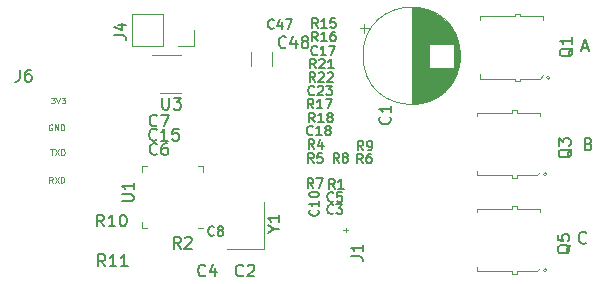
<source format=gto>
G04 #@! TF.GenerationSoftware,KiCad,Pcbnew,5.1.6*
G04 #@! TF.CreationDate,2020-07-25T07:57:19-04:00*
G04 #@! TF.ProjectId,bldc-controller,626c6463-2d63-46f6-9e74-726f6c6c6572,rev?*
G04 #@! TF.SameCoordinates,Original*
G04 #@! TF.FileFunction,Legend,Top*
G04 #@! TF.FilePolarity,Positive*
%FSLAX46Y46*%
G04 Gerber Fmt 4.6, Leading zero omitted, Abs format (unit mm)*
G04 Created by KiCad (PCBNEW 5.1.6) date 2020-07-25 07:57:19*
%MOMM*%
%LPD*%
G01*
G04 APERTURE LIST*
%ADD10C,0.152400*%
%ADD11C,0.125000*%
%ADD12C,0.120000*%
%ADD13C,0.150000*%
G04 APERTURE END LIST*
D10*
X74882571Y-111857428D02*
X75027714Y-111905809D01*
X75076095Y-111954190D01*
X75124476Y-112050952D01*
X75124476Y-112196095D01*
X75076095Y-112292857D01*
X75027714Y-112341238D01*
X74930952Y-112389619D01*
X74543904Y-112389619D01*
X74543904Y-111373619D01*
X74882571Y-111373619D01*
X74979333Y-111422000D01*
X75027714Y-111470380D01*
X75076095Y-111567142D01*
X75076095Y-111663904D01*
X75027714Y-111760666D01*
X74979333Y-111809047D01*
X74882571Y-111857428D01*
X74543904Y-111857428D01*
X74328095Y-103699333D02*
X74811904Y-103699333D01*
X74231333Y-103989619D02*
X74570000Y-102973619D01*
X74908666Y-103989619D01*
X74674476Y-120212857D02*
X74626095Y-120261238D01*
X74480952Y-120309619D01*
X74384190Y-120309619D01*
X74239047Y-120261238D01*
X74142285Y-120164476D01*
X74093904Y-120067714D01*
X74045523Y-119874190D01*
X74045523Y-119729047D01*
X74093904Y-119535523D01*
X74142285Y-119438761D01*
X74239047Y-119342000D01*
X74384190Y-119293619D01*
X74480952Y-119293619D01*
X74626095Y-119342000D01*
X74674476Y-119390380D01*
D11*
X29506666Y-115146190D02*
X29340000Y-114908095D01*
X29220952Y-115146190D02*
X29220952Y-114646190D01*
X29411428Y-114646190D01*
X29459047Y-114670000D01*
X29482857Y-114693809D01*
X29506666Y-114741428D01*
X29506666Y-114812857D01*
X29482857Y-114860476D01*
X29459047Y-114884285D01*
X29411428Y-114908095D01*
X29220952Y-114908095D01*
X29673333Y-114646190D02*
X30006666Y-115146190D01*
X30006666Y-114646190D02*
X29673333Y-115146190D01*
X30197142Y-115146190D02*
X30197142Y-114646190D01*
X30316190Y-114646190D01*
X30387619Y-114670000D01*
X30435238Y-114717619D01*
X30459047Y-114765238D01*
X30482857Y-114860476D01*
X30482857Y-114931904D01*
X30459047Y-115027142D01*
X30435238Y-115074761D01*
X30387619Y-115122380D01*
X30316190Y-115146190D01*
X30197142Y-115146190D01*
X29309047Y-112306190D02*
X29594761Y-112306190D01*
X29451904Y-112806190D02*
X29451904Y-112306190D01*
X29713809Y-112306190D02*
X30047142Y-112806190D01*
X30047142Y-112306190D02*
X29713809Y-112806190D01*
X30237619Y-112806190D02*
X30237619Y-112306190D01*
X30356666Y-112306190D01*
X30428095Y-112330000D01*
X30475714Y-112377619D01*
X30499523Y-112425238D01*
X30523333Y-112520476D01*
X30523333Y-112591904D01*
X30499523Y-112687142D01*
X30475714Y-112734761D01*
X30428095Y-112782380D01*
X30356666Y-112806190D01*
X30237619Y-112806190D01*
X29459047Y-110240000D02*
X29411428Y-110216190D01*
X29340000Y-110216190D01*
X29268571Y-110240000D01*
X29220952Y-110287619D01*
X29197142Y-110335238D01*
X29173333Y-110430476D01*
X29173333Y-110501904D01*
X29197142Y-110597142D01*
X29220952Y-110644761D01*
X29268571Y-110692380D01*
X29340000Y-110716190D01*
X29387619Y-110716190D01*
X29459047Y-110692380D01*
X29482857Y-110668571D01*
X29482857Y-110501904D01*
X29387619Y-110501904D01*
X29697142Y-110716190D02*
X29697142Y-110216190D01*
X29982857Y-110716190D01*
X29982857Y-110216190D01*
X30220952Y-110716190D02*
X30220952Y-110216190D01*
X30340000Y-110216190D01*
X30411428Y-110240000D01*
X30459047Y-110287619D01*
X30482857Y-110335238D01*
X30506666Y-110430476D01*
X30506666Y-110501904D01*
X30482857Y-110597142D01*
X30459047Y-110644761D01*
X30411428Y-110692380D01*
X30340000Y-110716190D01*
X30220952Y-110716190D01*
X29360952Y-107936190D02*
X29670476Y-107936190D01*
X29503809Y-108126666D01*
X29575238Y-108126666D01*
X29622857Y-108150476D01*
X29646666Y-108174285D01*
X29670476Y-108221904D01*
X29670476Y-108340952D01*
X29646666Y-108388571D01*
X29622857Y-108412380D01*
X29575238Y-108436190D01*
X29432380Y-108436190D01*
X29384761Y-108412380D01*
X29360952Y-108388571D01*
X29813333Y-107936190D02*
X29980000Y-108436190D01*
X30146666Y-107936190D01*
X30265714Y-107936190D02*
X30575238Y-107936190D01*
X30408571Y-108126666D01*
X30480000Y-108126666D01*
X30527619Y-108150476D01*
X30551428Y-108174285D01*
X30575238Y-108221904D01*
X30575238Y-108340952D01*
X30551428Y-108388571D01*
X30527619Y-108412380D01*
X30480000Y-108436190D01*
X30337142Y-108436190D01*
X30289523Y-108412380D01*
X30265714Y-108388571D01*
D12*
X64020000Y-104400000D02*
G75*
G03*
X64020000Y-104400000I-4120000J0D01*
G01*
X59900000Y-100320000D02*
X59900000Y-108480000D01*
X59940000Y-100320000D02*
X59940000Y-108480000D01*
X59980000Y-100320000D02*
X59980000Y-108480000D01*
X60020000Y-100321000D02*
X60020000Y-108479000D01*
X60060000Y-100323000D02*
X60060000Y-108477000D01*
X60100000Y-100324000D02*
X60100000Y-108476000D01*
X60140000Y-100326000D02*
X60140000Y-108474000D01*
X60180000Y-100329000D02*
X60180000Y-108471000D01*
X60220000Y-100332000D02*
X60220000Y-108468000D01*
X60260000Y-100335000D02*
X60260000Y-108465000D01*
X60300000Y-100339000D02*
X60300000Y-108461000D01*
X60340000Y-100343000D02*
X60340000Y-108457000D01*
X60380000Y-100348000D02*
X60380000Y-108452000D01*
X60420000Y-100352000D02*
X60420000Y-108448000D01*
X60460000Y-100358000D02*
X60460000Y-108442000D01*
X60500000Y-100363000D02*
X60500000Y-108437000D01*
X60540000Y-100370000D02*
X60540000Y-108430000D01*
X60580000Y-100376000D02*
X60580000Y-108424000D01*
X60621000Y-100383000D02*
X60621000Y-108417000D01*
X60661000Y-100390000D02*
X60661000Y-108410000D01*
X60701000Y-100398000D02*
X60701000Y-108402000D01*
X60741000Y-100406000D02*
X60741000Y-108394000D01*
X60781000Y-100415000D02*
X60781000Y-108385000D01*
X60821000Y-100424000D02*
X60821000Y-108376000D01*
X60861000Y-100433000D02*
X60861000Y-108367000D01*
X60901000Y-100443000D02*
X60901000Y-108357000D01*
X60941000Y-100453000D02*
X60941000Y-108347000D01*
X60981000Y-100464000D02*
X60981000Y-108336000D01*
X61021000Y-100475000D02*
X61021000Y-108325000D01*
X61061000Y-100486000D02*
X61061000Y-108314000D01*
X61101000Y-100498000D02*
X61101000Y-108302000D01*
X61141000Y-100511000D02*
X61141000Y-108289000D01*
X61181000Y-100523000D02*
X61181000Y-108277000D01*
X61221000Y-100537000D02*
X61221000Y-108263000D01*
X61261000Y-100550000D02*
X61261000Y-108250000D01*
X61301000Y-100565000D02*
X61301000Y-108235000D01*
X61341000Y-100579000D02*
X61341000Y-108221000D01*
X61381000Y-100595000D02*
X61381000Y-103360000D01*
X61381000Y-105440000D02*
X61381000Y-108205000D01*
X61421000Y-100610000D02*
X61421000Y-103360000D01*
X61421000Y-105440000D02*
X61421000Y-108190000D01*
X61461000Y-100626000D02*
X61461000Y-103360000D01*
X61461000Y-105440000D02*
X61461000Y-108174000D01*
X61501000Y-100643000D02*
X61501000Y-103360000D01*
X61501000Y-105440000D02*
X61501000Y-108157000D01*
X61541000Y-100660000D02*
X61541000Y-103360000D01*
X61541000Y-105440000D02*
X61541000Y-108140000D01*
X61581000Y-100678000D02*
X61581000Y-103360000D01*
X61581000Y-105440000D02*
X61581000Y-108122000D01*
X61621000Y-100696000D02*
X61621000Y-103360000D01*
X61621000Y-105440000D02*
X61621000Y-108104000D01*
X61661000Y-100714000D02*
X61661000Y-103360000D01*
X61661000Y-105440000D02*
X61661000Y-108086000D01*
X61701000Y-100734000D02*
X61701000Y-103360000D01*
X61701000Y-105440000D02*
X61701000Y-108066000D01*
X61741000Y-100753000D02*
X61741000Y-103360000D01*
X61741000Y-105440000D02*
X61741000Y-108047000D01*
X61781000Y-100773000D02*
X61781000Y-103360000D01*
X61781000Y-105440000D02*
X61781000Y-108027000D01*
X61821000Y-100794000D02*
X61821000Y-103360000D01*
X61821000Y-105440000D02*
X61821000Y-108006000D01*
X61861000Y-100816000D02*
X61861000Y-103360000D01*
X61861000Y-105440000D02*
X61861000Y-107984000D01*
X61901000Y-100838000D02*
X61901000Y-103360000D01*
X61901000Y-105440000D02*
X61901000Y-107962000D01*
X61941000Y-100860000D02*
X61941000Y-103360000D01*
X61941000Y-105440000D02*
X61941000Y-107940000D01*
X61981000Y-100883000D02*
X61981000Y-103360000D01*
X61981000Y-105440000D02*
X61981000Y-107917000D01*
X62021000Y-100907000D02*
X62021000Y-103360000D01*
X62021000Y-105440000D02*
X62021000Y-107893000D01*
X62061000Y-100931000D02*
X62061000Y-103360000D01*
X62061000Y-105440000D02*
X62061000Y-107869000D01*
X62101000Y-100956000D02*
X62101000Y-103360000D01*
X62101000Y-105440000D02*
X62101000Y-107844000D01*
X62141000Y-100982000D02*
X62141000Y-103360000D01*
X62141000Y-105440000D02*
X62141000Y-107818000D01*
X62181000Y-101008000D02*
X62181000Y-103360000D01*
X62181000Y-105440000D02*
X62181000Y-107792000D01*
X62221000Y-101035000D02*
X62221000Y-103360000D01*
X62221000Y-105440000D02*
X62221000Y-107765000D01*
X62261000Y-101062000D02*
X62261000Y-103360000D01*
X62261000Y-105440000D02*
X62261000Y-107738000D01*
X62301000Y-101091000D02*
X62301000Y-103360000D01*
X62301000Y-105440000D02*
X62301000Y-107709000D01*
X62341000Y-101120000D02*
X62341000Y-103360000D01*
X62341000Y-105440000D02*
X62341000Y-107680000D01*
X62381000Y-101150000D02*
X62381000Y-103360000D01*
X62381000Y-105440000D02*
X62381000Y-107650000D01*
X62421000Y-101180000D02*
X62421000Y-103360000D01*
X62421000Y-105440000D02*
X62421000Y-107620000D01*
X62461000Y-101211000D02*
X62461000Y-103360000D01*
X62461000Y-105440000D02*
X62461000Y-107589000D01*
X62501000Y-101244000D02*
X62501000Y-103360000D01*
X62501000Y-105440000D02*
X62501000Y-107556000D01*
X62541000Y-101276000D02*
X62541000Y-103360000D01*
X62541000Y-105440000D02*
X62541000Y-107524000D01*
X62581000Y-101310000D02*
X62581000Y-103360000D01*
X62581000Y-105440000D02*
X62581000Y-107490000D01*
X62621000Y-101345000D02*
X62621000Y-103360000D01*
X62621000Y-105440000D02*
X62621000Y-107455000D01*
X62661000Y-101381000D02*
X62661000Y-103360000D01*
X62661000Y-105440000D02*
X62661000Y-107419000D01*
X62701000Y-101417000D02*
X62701000Y-103360000D01*
X62701000Y-105440000D02*
X62701000Y-107383000D01*
X62741000Y-101455000D02*
X62741000Y-103360000D01*
X62741000Y-105440000D02*
X62741000Y-107345000D01*
X62781000Y-101493000D02*
X62781000Y-103360000D01*
X62781000Y-105440000D02*
X62781000Y-107307000D01*
X62821000Y-101533000D02*
X62821000Y-103360000D01*
X62821000Y-105440000D02*
X62821000Y-107267000D01*
X62861000Y-101574000D02*
X62861000Y-103360000D01*
X62861000Y-105440000D02*
X62861000Y-107226000D01*
X62901000Y-101616000D02*
X62901000Y-103360000D01*
X62901000Y-105440000D02*
X62901000Y-107184000D01*
X62941000Y-101659000D02*
X62941000Y-103360000D01*
X62941000Y-105440000D02*
X62941000Y-107141000D01*
X62981000Y-101703000D02*
X62981000Y-103360000D01*
X62981000Y-105440000D02*
X62981000Y-107097000D01*
X63021000Y-101749000D02*
X63021000Y-103360000D01*
X63021000Y-105440000D02*
X63021000Y-107051000D01*
X63061000Y-101796000D02*
X63061000Y-103360000D01*
X63061000Y-105440000D02*
X63061000Y-107004000D01*
X63101000Y-101844000D02*
X63101000Y-103360000D01*
X63101000Y-105440000D02*
X63101000Y-106956000D01*
X63141000Y-101895000D02*
X63141000Y-103360000D01*
X63141000Y-105440000D02*
X63141000Y-106905000D01*
X63181000Y-101946000D02*
X63181000Y-103360000D01*
X63181000Y-105440000D02*
X63181000Y-106854000D01*
X63221000Y-102000000D02*
X63221000Y-103360000D01*
X63221000Y-105440000D02*
X63221000Y-106800000D01*
X63261000Y-102055000D02*
X63261000Y-103360000D01*
X63261000Y-105440000D02*
X63261000Y-106745000D01*
X63301000Y-102113000D02*
X63301000Y-103360000D01*
X63301000Y-105440000D02*
X63301000Y-106687000D01*
X63341000Y-102172000D02*
X63341000Y-103360000D01*
X63341000Y-105440000D02*
X63341000Y-106628000D01*
X63381000Y-102234000D02*
X63381000Y-103360000D01*
X63381000Y-105440000D02*
X63381000Y-106566000D01*
X63421000Y-102298000D02*
X63421000Y-103360000D01*
X63421000Y-105440000D02*
X63421000Y-106502000D01*
X63461000Y-102366000D02*
X63461000Y-106434000D01*
X63501000Y-102436000D02*
X63501000Y-106364000D01*
X63541000Y-102510000D02*
X63541000Y-106290000D01*
X63581000Y-102587000D02*
X63581000Y-106213000D01*
X63621000Y-102669000D02*
X63621000Y-106131000D01*
X63661000Y-102755000D02*
X63661000Y-106045000D01*
X63701000Y-102848000D02*
X63701000Y-105952000D01*
X63741000Y-102947000D02*
X63741000Y-105853000D01*
X63781000Y-103054000D02*
X63781000Y-105746000D01*
X63821000Y-103171000D02*
X63821000Y-105629000D01*
X63861000Y-103302000D02*
X63861000Y-105498000D01*
X63901000Y-103452000D02*
X63901000Y-105348000D01*
X63941000Y-103632000D02*
X63941000Y-105168000D01*
X63981000Y-103867000D02*
X63981000Y-104933000D01*
X55490302Y-102085000D02*
X56290302Y-102085000D01*
X55890302Y-101685000D02*
X55890302Y-102485000D01*
X54300000Y-118950000D02*
X54300000Y-119350000D01*
X54100000Y-119150000D02*
X54500000Y-119150000D01*
X38600000Y-107560000D02*
X40400000Y-107560000D01*
X40400000Y-104340000D02*
X37950000Y-104340000D01*
X71347421Y-122550000D02*
G75*
G03*
X71347421Y-122550000I-141421J0D01*
G01*
X65406000Y-122250000D02*
X65406000Y-122650000D01*
X68806000Y-122650000D02*
X70506000Y-122650000D01*
X70506000Y-122650000D02*
X70806000Y-122350000D01*
X68806000Y-117350000D02*
X70806000Y-117350000D01*
X70806000Y-117650000D02*
X70806000Y-117350000D01*
X65406000Y-117350000D02*
X65406000Y-117650000D01*
X68406000Y-117350000D02*
X68406000Y-117150000D01*
X68406000Y-117150000D02*
X68806000Y-117150000D01*
X68806000Y-117150000D02*
X68806000Y-117350000D01*
X68406000Y-122650000D02*
X68406000Y-122850000D01*
X68406000Y-122850000D02*
X68806000Y-122850000D01*
X68806000Y-122850000D02*
X68806000Y-122650000D01*
X68406000Y-122650000D02*
X65406000Y-122650000D01*
X68406000Y-117350000D02*
X65406000Y-117350000D01*
X71347421Y-114412000D02*
G75*
G03*
X71347421Y-114412000I-141421J0D01*
G01*
X65406000Y-114112000D02*
X65406000Y-114512000D01*
X68806000Y-114512000D02*
X70506000Y-114512000D01*
X70506000Y-114512000D02*
X70806000Y-114212000D01*
X68806000Y-109212000D02*
X70806000Y-109212000D01*
X70806000Y-109512000D02*
X70806000Y-109212000D01*
X65406000Y-109212000D02*
X65406000Y-109512000D01*
X68406000Y-109212000D02*
X68406000Y-109012000D01*
X68406000Y-109012000D02*
X68806000Y-109012000D01*
X68806000Y-109012000D02*
X68806000Y-109212000D01*
X68406000Y-114512000D02*
X68406000Y-114712000D01*
X68406000Y-114712000D02*
X68806000Y-114712000D01*
X68806000Y-114712000D02*
X68806000Y-114512000D01*
X68406000Y-114512000D02*
X65406000Y-114512000D01*
X68406000Y-109212000D02*
X65406000Y-109212000D01*
X71601421Y-106250000D02*
G75*
G03*
X71601421Y-106250000I-141421J0D01*
G01*
X65660000Y-105950000D02*
X65660000Y-106350000D01*
X69060000Y-106350000D02*
X70760000Y-106350000D01*
X70760000Y-106350000D02*
X71060000Y-106050000D01*
X69060000Y-101050000D02*
X71060000Y-101050000D01*
X71060000Y-101350000D02*
X71060000Y-101050000D01*
X65660000Y-101050000D02*
X65660000Y-101350000D01*
X68660000Y-101050000D02*
X68660000Y-100850000D01*
X68660000Y-100850000D02*
X69060000Y-100850000D01*
X69060000Y-100850000D02*
X69060000Y-101050000D01*
X68660000Y-106350000D02*
X68660000Y-106550000D01*
X68660000Y-106550000D02*
X69060000Y-106550000D01*
X69060000Y-106550000D02*
X69060000Y-106350000D01*
X68660000Y-106350000D02*
X65660000Y-106350000D01*
X68660000Y-101050000D02*
X65660000Y-101050000D01*
X38830000Y-100870000D02*
X38830000Y-103530000D01*
X38830000Y-100870000D02*
X36230000Y-100870000D01*
X36230000Y-100870000D02*
X36230000Y-103530000D01*
X38830000Y-103530000D02*
X36230000Y-103530000D01*
X41430000Y-103530000D02*
X40100000Y-103530000D01*
X41430000Y-102200000D02*
X41430000Y-103530000D01*
X48110000Y-104047936D02*
X48110000Y-105252064D01*
X46290000Y-104047936D02*
X46290000Y-105252064D01*
X44225000Y-120750000D02*
X47375000Y-120750000D01*
X47375000Y-120750000D02*
X47375000Y-116750000D01*
X37515000Y-118960000D02*
X37040000Y-118960000D01*
X37040000Y-118960000D02*
X37040000Y-118485000D01*
X41785000Y-113740000D02*
X42260000Y-113740000D01*
X42260000Y-113740000D02*
X42260000Y-114215000D01*
X37515000Y-113740000D02*
X37040000Y-113740000D01*
X37040000Y-113740000D02*
X37040000Y-114215000D01*
X41785000Y-118960000D02*
X42260000Y-118960000D01*
D13*
X58057142Y-109566666D02*
X58104761Y-109614285D01*
X58152380Y-109757142D01*
X58152380Y-109852380D01*
X58104761Y-109995238D01*
X58009523Y-110090476D01*
X57914285Y-110138095D01*
X57723809Y-110185714D01*
X57580952Y-110185714D01*
X57390476Y-110138095D01*
X57295238Y-110090476D01*
X57200000Y-109995238D01*
X57152380Y-109852380D01*
X57152380Y-109757142D01*
X57200000Y-109614285D01*
X57247619Y-109566666D01*
X58152380Y-108614285D02*
X58152380Y-109185714D01*
X58152380Y-108900000D02*
X57152380Y-108900000D01*
X57295238Y-108995238D01*
X57390476Y-109090476D01*
X57438095Y-109185714D01*
X26726666Y-105582380D02*
X26726666Y-106296666D01*
X26679047Y-106439523D01*
X26583809Y-106534761D01*
X26440952Y-106582380D01*
X26345714Y-106582380D01*
X27631428Y-105582380D02*
X27440952Y-105582380D01*
X27345714Y-105630000D01*
X27298095Y-105677619D01*
X27202857Y-105820476D01*
X27155238Y-106010952D01*
X27155238Y-106391904D01*
X27202857Y-106487142D01*
X27250476Y-106534761D01*
X27345714Y-106582380D01*
X27536190Y-106582380D01*
X27631428Y-106534761D01*
X27679047Y-106487142D01*
X27726666Y-106391904D01*
X27726666Y-106153809D01*
X27679047Y-106058571D01*
X27631428Y-106010952D01*
X27536190Y-105963333D01*
X27345714Y-105963333D01*
X27250476Y-106010952D01*
X27202857Y-106058571D01*
X27155238Y-106153809D01*
X54752380Y-121383333D02*
X55466666Y-121383333D01*
X55609523Y-121430952D01*
X55704761Y-121526190D01*
X55752380Y-121669047D01*
X55752380Y-121764285D01*
X55752380Y-120383333D02*
X55752380Y-120954761D01*
X55752380Y-120669047D02*
X54752380Y-120669047D01*
X54895238Y-120764285D01*
X54990476Y-120859523D01*
X55038095Y-120954761D01*
X33957142Y-122222380D02*
X33623809Y-121746190D01*
X33385714Y-122222380D02*
X33385714Y-121222380D01*
X33766666Y-121222380D01*
X33861904Y-121270000D01*
X33909523Y-121317619D01*
X33957142Y-121412857D01*
X33957142Y-121555714D01*
X33909523Y-121650952D01*
X33861904Y-121698571D01*
X33766666Y-121746190D01*
X33385714Y-121746190D01*
X34909523Y-122222380D02*
X34338095Y-122222380D01*
X34623809Y-122222380D02*
X34623809Y-121222380D01*
X34528571Y-121365238D01*
X34433333Y-121460476D01*
X34338095Y-121508095D01*
X35861904Y-122222380D02*
X35290476Y-122222380D01*
X35576190Y-122222380D02*
X35576190Y-121222380D01*
X35480952Y-121365238D01*
X35385714Y-121460476D01*
X35290476Y-121508095D01*
X33857142Y-118852380D02*
X33523809Y-118376190D01*
X33285714Y-118852380D02*
X33285714Y-117852380D01*
X33666666Y-117852380D01*
X33761904Y-117900000D01*
X33809523Y-117947619D01*
X33857142Y-118042857D01*
X33857142Y-118185714D01*
X33809523Y-118280952D01*
X33761904Y-118328571D01*
X33666666Y-118376190D01*
X33285714Y-118376190D01*
X34809523Y-118852380D02*
X34238095Y-118852380D01*
X34523809Y-118852380D02*
X34523809Y-117852380D01*
X34428571Y-117995238D01*
X34333333Y-118090476D01*
X34238095Y-118138095D01*
X35428571Y-117852380D02*
X35523809Y-117852380D01*
X35619047Y-117900000D01*
X35666666Y-117947619D01*
X35714285Y-118042857D01*
X35761904Y-118233333D01*
X35761904Y-118471428D01*
X35714285Y-118661904D01*
X35666666Y-118757142D01*
X35619047Y-118804761D01*
X35523809Y-118852380D01*
X35428571Y-118852380D01*
X35333333Y-118804761D01*
X35285714Y-118757142D01*
X35238095Y-118661904D01*
X35190476Y-118471428D01*
X35190476Y-118233333D01*
X35238095Y-118042857D01*
X35285714Y-117947619D01*
X35333333Y-117900000D01*
X35428571Y-117852380D01*
X55791666Y-112411904D02*
X55525000Y-112030952D01*
X55334523Y-112411904D02*
X55334523Y-111611904D01*
X55639285Y-111611904D01*
X55715476Y-111650000D01*
X55753571Y-111688095D01*
X55791666Y-111764285D01*
X55791666Y-111878571D01*
X55753571Y-111954761D01*
X55715476Y-111992857D01*
X55639285Y-112030952D01*
X55334523Y-112030952D01*
X56172619Y-112411904D02*
X56325000Y-112411904D01*
X56401190Y-112373809D01*
X56439285Y-112335714D01*
X56515476Y-112221428D01*
X56553571Y-112069047D01*
X56553571Y-111764285D01*
X56515476Y-111688095D01*
X56477380Y-111650000D01*
X56401190Y-111611904D01*
X56248809Y-111611904D01*
X56172619Y-111650000D01*
X56134523Y-111688095D01*
X56096428Y-111764285D01*
X56096428Y-111954761D01*
X56134523Y-112030952D01*
X56172619Y-112069047D01*
X56248809Y-112107142D01*
X56401190Y-112107142D01*
X56477380Y-112069047D01*
X56515476Y-112030952D01*
X56553571Y-111954761D01*
X38788095Y-107952380D02*
X38788095Y-108761904D01*
X38835714Y-108857142D01*
X38883333Y-108904761D01*
X38978571Y-108952380D01*
X39169047Y-108952380D01*
X39264285Y-108904761D01*
X39311904Y-108857142D01*
X39359523Y-108761904D01*
X39359523Y-107952380D01*
X39740476Y-107952380D02*
X40359523Y-107952380D01*
X40026190Y-108333333D01*
X40169047Y-108333333D01*
X40264285Y-108380952D01*
X40311904Y-108428571D01*
X40359523Y-108523809D01*
X40359523Y-108761904D01*
X40311904Y-108857142D01*
X40264285Y-108904761D01*
X40169047Y-108952380D01*
X39883333Y-108952380D01*
X39788095Y-108904761D01*
X39740476Y-108857142D01*
X51735714Y-106586904D02*
X51469047Y-106205952D01*
X51278571Y-106586904D02*
X51278571Y-105786904D01*
X51583333Y-105786904D01*
X51659523Y-105825000D01*
X51697619Y-105863095D01*
X51735714Y-105939285D01*
X51735714Y-106053571D01*
X51697619Y-106129761D01*
X51659523Y-106167857D01*
X51583333Y-106205952D01*
X51278571Y-106205952D01*
X52040476Y-105863095D02*
X52078571Y-105825000D01*
X52154761Y-105786904D01*
X52345238Y-105786904D01*
X52421428Y-105825000D01*
X52459523Y-105863095D01*
X52497619Y-105939285D01*
X52497619Y-106015476D01*
X52459523Y-106129761D01*
X52002380Y-106586904D01*
X52497619Y-106586904D01*
X52802380Y-105863095D02*
X52840476Y-105825000D01*
X52916666Y-105786904D01*
X53107142Y-105786904D01*
X53183333Y-105825000D01*
X53221428Y-105863095D01*
X53259523Y-105939285D01*
X53259523Y-106015476D01*
X53221428Y-106129761D01*
X52764285Y-106586904D01*
X53259523Y-106586904D01*
X51785714Y-105461904D02*
X51519047Y-105080952D01*
X51328571Y-105461904D02*
X51328571Y-104661904D01*
X51633333Y-104661904D01*
X51709523Y-104700000D01*
X51747619Y-104738095D01*
X51785714Y-104814285D01*
X51785714Y-104928571D01*
X51747619Y-105004761D01*
X51709523Y-105042857D01*
X51633333Y-105080952D01*
X51328571Y-105080952D01*
X52090476Y-104738095D02*
X52128571Y-104700000D01*
X52204761Y-104661904D01*
X52395238Y-104661904D01*
X52471428Y-104700000D01*
X52509523Y-104738095D01*
X52547619Y-104814285D01*
X52547619Y-104890476D01*
X52509523Y-105004761D01*
X52052380Y-105461904D01*
X52547619Y-105461904D01*
X53309523Y-105461904D02*
X52852380Y-105461904D01*
X53080952Y-105461904D02*
X53080952Y-104661904D01*
X53004761Y-104776190D01*
X52928571Y-104852380D01*
X52852380Y-104890476D01*
X51685714Y-110011904D02*
X51419047Y-109630952D01*
X51228571Y-110011904D02*
X51228571Y-109211904D01*
X51533333Y-109211904D01*
X51609523Y-109250000D01*
X51647619Y-109288095D01*
X51685714Y-109364285D01*
X51685714Y-109478571D01*
X51647619Y-109554761D01*
X51609523Y-109592857D01*
X51533333Y-109630952D01*
X51228571Y-109630952D01*
X52447619Y-110011904D02*
X51990476Y-110011904D01*
X52219047Y-110011904D02*
X52219047Y-109211904D01*
X52142857Y-109326190D01*
X52066666Y-109402380D01*
X51990476Y-109440476D01*
X52904761Y-109554761D02*
X52828571Y-109516666D01*
X52790476Y-109478571D01*
X52752380Y-109402380D01*
X52752380Y-109364285D01*
X52790476Y-109288095D01*
X52828571Y-109250000D01*
X52904761Y-109211904D01*
X53057142Y-109211904D01*
X53133333Y-109250000D01*
X53171428Y-109288095D01*
X53209523Y-109364285D01*
X53209523Y-109402380D01*
X53171428Y-109478571D01*
X53133333Y-109516666D01*
X53057142Y-109554761D01*
X52904761Y-109554761D01*
X52828571Y-109592857D01*
X52790476Y-109630952D01*
X52752380Y-109707142D01*
X52752380Y-109859523D01*
X52790476Y-109935714D01*
X52828571Y-109973809D01*
X52904761Y-110011904D01*
X53057142Y-110011904D01*
X53133333Y-109973809D01*
X53171428Y-109935714D01*
X53209523Y-109859523D01*
X53209523Y-109707142D01*
X53171428Y-109630952D01*
X53133333Y-109592857D01*
X53057142Y-109554761D01*
X51585714Y-108861904D02*
X51319047Y-108480952D01*
X51128571Y-108861904D02*
X51128571Y-108061904D01*
X51433333Y-108061904D01*
X51509523Y-108100000D01*
X51547619Y-108138095D01*
X51585714Y-108214285D01*
X51585714Y-108328571D01*
X51547619Y-108404761D01*
X51509523Y-108442857D01*
X51433333Y-108480952D01*
X51128571Y-108480952D01*
X52347619Y-108861904D02*
X51890476Y-108861904D01*
X52119047Y-108861904D02*
X52119047Y-108061904D01*
X52042857Y-108176190D01*
X51966666Y-108252380D01*
X51890476Y-108290476D01*
X52614285Y-108061904D02*
X53147619Y-108061904D01*
X52804761Y-108861904D01*
X51935714Y-103161904D02*
X51669047Y-102780952D01*
X51478571Y-103161904D02*
X51478571Y-102361904D01*
X51783333Y-102361904D01*
X51859523Y-102400000D01*
X51897619Y-102438095D01*
X51935714Y-102514285D01*
X51935714Y-102628571D01*
X51897619Y-102704761D01*
X51859523Y-102742857D01*
X51783333Y-102780952D01*
X51478571Y-102780952D01*
X52697619Y-103161904D02*
X52240476Y-103161904D01*
X52469047Y-103161904D02*
X52469047Y-102361904D01*
X52392857Y-102476190D01*
X52316666Y-102552380D01*
X52240476Y-102590476D01*
X53383333Y-102361904D02*
X53230952Y-102361904D01*
X53154761Y-102400000D01*
X53116666Y-102438095D01*
X53040476Y-102552380D01*
X53002380Y-102704761D01*
X53002380Y-103009523D01*
X53040476Y-103085714D01*
X53078571Y-103123809D01*
X53154761Y-103161904D01*
X53307142Y-103161904D01*
X53383333Y-103123809D01*
X53421428Y-103085714D01*
X53459523Y-103009523D01*
X53459523Y-102819047D01*
X53421428Y-102742857D01*
X53383333Y-102704761D01*
X53307142Y-102666666D01*
X53154761Y-102666666D01*
X53078571Y-102704761D01*
X53040476Y-102742857D01*
X53002380Y-102819047D01*
X51960714Y-102036904D02*
X51694047Y-101655952D01*
X51503571Y-102036904D02*
X51503571Y-101236904D01*
X51808333Y-101236904D01*
X51884523Y-101275000D01*
X51922619Y-101313095D01*
X51960714Y-101389285D01*
X51960714Y-101503571D01*
X51922619Y-101579761D01*
X51884523Y-101617857D01*
X51808333Y-101655952D01*
X51503571Y-101655952D01*
X52722619Y-102036904D02*
X52265476Y-102036904D01*
X52494047Y-102036904D02*
X52494047Y-101236904D01*
X52417857Y-101351190D01*
X52341666Y-101427380D01*
X52265476Y-101465476D01*
X53446428Y-101236904D02*
X53065476Y-101236904D01*
X53027380Y-101617857D01*
X53065476Y-101579761D01*
X53141666Y-101541666D01*
X53332142Y-101541666D01*
X53408333Y-101579761D01*
X53446428Y-101617857D01*
X53484523Y-101694047D01*
X53484523Y-101884523D01*
X53446428Y-101960714D01*
X53408333Y-101998809D01*
X53332142Y-102036904D01*
X53141666Y-102036904D01*
X53065476Y-101998809D01*
X53027380Y-101960714D01*
X51566666Y-115586904D02*
X51300000Y-115205952D01*
X51109523Y-115586904D02*
X51109523Y-114786904D01*
X51414285Y-114786904D01*
X51490476Y-114825000D01*
X51528571Y-114863095D01*
X51566666Y-114939285D01*
X51566666Y-115053571D01*
X51528571Y-115129761D01*
X51490476Y-115167857D01*
X51414285Y-115205952D01*
X51109523Y-115205952D01*
X51833333Y-114786904D02*
X52366666Y-114786904D01*
X52023809Y-115586904D01*
X40333333Y-120732380D02*
X40000000Y-120256190D01*
X39761904Y-120732380D02*
X39761904Y-119732380D01*
X40142857Y-119732380D01*
X40238095Y-119780000D01*
X40285714Y-119827619D01*
X40333333Y-119922857D01*
X40333333Y-120065714D01*
X40285714Y-120160952D01*
X40238095Y-120208571D01*
X40142857Y-120256190D01*
X39761904Y-120256190D01*
X40714285Y-119827619D02*
X40761904Y-119780000D01*
X40857142Y-119732380D01*
X41095238Y-119732380D01*
X41190476Y-119780000D01*
X41238095Y-119827619D01*
X41285714Y-119922857D01*
X41285714Y-120018095D01*
X41238095Y-120160952D01*
X40666666Y-120732380D01*
X41285714Y-120732380D01*
X53391666Y-115636904D02*
X53125000Y-115255952D01*
X52934523Y-115636904D02*
X52934523Y-114836904D01*
X53239285Y-114836904D01*
X53315476Y-114875000D01*
X53353571Y-114913095D01*
X53391666Y-114989285D01*
X53391666Y-115103571D01*
X53353571Y-115179761D01*
X53315476Y-115217857D01*
X53239285Y-115255952D01*
X52934523Y-115255952D01*
X54153571Y-115636904D02*
X53696428Y-115636904D01*
X53925000Y-115636904D02*
X53925000Y-114836904D01*
X53848809Y-114951190D01*
X53772619Y-115027380D01*
X53696428Y-115065476D01*
X73347619Y-120395238D02*
X73300000Y-120490476D01*
X73204761Y-120585714D01*
X73061904Y-120728571D01*
X73014285Y-120823809D01*
X73014285Y-120919047D01*
X73252380Y-120871428D02*
X73204761Y-120966666D01*
X73109523Y-121061904D01*
X72919047Y-121109523D01*
X72585714Y-121109523D01*
X72395238Y-121061904D01*
X72300000Y-120966666D01*
X72252380Y-120871428D01*
X72252380Y-120680952D01*
X72300000Y-120585714D01*
X72395238Y-120490476D01*
X72585714Y-120442857D01*
X72919047Y-120442857D01*
X73109523Y-120490476D01*
X73204761Y-120585714D01*
X73252380Y-120680952D01*
X73252380Y-120871428D01*
X72252380Y-119538095D02*
X72252380Y-120014285D01*
X72728571Y-120061904D01*
X72680952Y-120014285D01*
X72633333Y-119919047D01*
X72633333Y-119680952D01*
X72680952Y-119585714D01*
X72728571Y-119538095D01*
X72823809Y-119490476D01*
X73061904Y-119490476D01*
X73157142Y-119538095D01*
X73204761Y-119585714D01*
X73252380Y-119680952D01*
X73252380Y-119919047D01*
X73204761Y-120014285D01*
X73157142Y-120061904D01*
X73447619Y-112295238D02*
X73400000Y-112390476D01*
X73304761Y-112485714D01*
X73161904Y-112628571D01*
X73114285Y-112723809D01*
X73114285Y-112819047D01*
X73352380Y-112771428D02*
X73304761Y-112866666D01*
X73209523Y-112961904D01*
X73019047Y-113009523D01*
X72685714Y-113009523D01*
X72495238Y-112961904D01*
X72400000Y-112866666D01*
X72352380Y-112771428D01*
X72352380Y-112580952D01*
X72400000Y-112485714D01*
X72495238Y-112390476D01*
X72685714Y-112342857D01*
X73019047Y-112342857D01*
X73209523Y-112390476D01*
X73304761Y-112485714D01*
X73352380Y-112580952D01*
X73352380Y-112771428D01*
X72352380Y-112009523D02*
X72352380Y-111390476D01*
X72733333Y-111723809D01*
X72733333Y-111580952D01*
X72780952Y-111485714D01*
X72828571Y-111438095D01*
X72923809Y-111390476D01*
X73161904Y-111390476D01*
X73257142Y-111438095D01*
X73304761Y-111485714D01*
X73352380Y-111580952D01*
X73352380Y-111866666D01*
X73304761Y-111961904D01*
X73257142Y-112009523D01*
X73547619Y-103745238D02*
X73500000Y-103840476D01*
X73404761Y-103935714D01*
X73261904Y-104078571D01*
X73214285Y-104173809D01*
X73214285Y-104269047D01*
X73452380Y-104221428D02*
X73404761Y-104316666D01*
X73309523Y-104411904D01*
X73119047Y-104459523D01*
X72785714Y-104459523D01*
X72595238Y-104411904D01*
X72500000Y-104316666D01*
X72452380Y-104221428D01*
X72452380Y-104030952D01*
X72500000Y-103935714D01*
X72595238Y-103840476D01*
X72785714Y-103792857D01*
X73119047Y-103792857D01*
X73309523Y-103840476D01*
X73404761Y-103935714D01*
X73452380Y-104030952D01*
X73452380Y-104221428D01*
X73452380Y-102840476D02*
X73452380Y-103411904D01*
X73452380Y-103126190D02*
X72452380Y-103126190D01*
X72595238Y-103221428D01*
X72690476Y-103316666D01*
X72738095Y-103411904D01*
X34727380Y-102658333D02*
X35441666Y-102658333D01*
X35584523Y-102705952D01*
X35679761Y-102801190D01*
X35727380Y-102944047D01*
X35727380Y-103039285D01*
X35060714Y-101753571D02*
X35727380Y-101753571D01*
X34679761Y-101991666D02*
X35394047Y-102229761D01*
X35394047Y-101610714D01*
X49257142Y-103657142D02*
X49209523Y-103704761D01*
X49066666Y-103752380D01*
X48971428Y-103752380D01*
X48828571Y-103704761D01*
X48733333Y-103609523D01*
X48685714Y-103514285D01*
X48638095Y-103323809D01*
X48638095Y-103180952D01*
X48685714Y-102990476D01*
X48733333Y-102895238D01*
X48828571Y-102800000D01*
X48971428Y-102752380D01*
X49066666Y-102752380D01*
X49209523Y-102800000D01*
X49257142Y-102847619D01*
X50114285Y-103085714D02*
X50114285Y-103752380D01*
X49876190Y-102704761D02*
X49638095Y-103419047D01*
X50257142Y-103419047D01*
X50780952Y-103180952D02*
X50685714Y-103133333D01*
X50638095Y-103085714D01*
X50590476Y-102990476D01*
X50590476Y-102942857D01*
X50638095Y-102847619D01*
X50685714Y-102800000D01*
X50780952Y-102752380D01*
X50971428Y-102752380D01*
X51066666Y-102800000D01*
X51114285Y-102847619D01*
X51161904Y-102942857D01*
X51161904Y-102990476D01*
X51114285Y-103085714D01*
X51066666Y-103133333D01*
X50971428Y-103180952D01*
X50780952Y-103180952D01*
X50685714Y-103228571D01*
X50638095Y-103276190D01*
X50590476Y-103371428D01*
X50590476Y-103561904D01*
X50638095Y-103657142D01*
X50685714Y-103704761D01*
X50780952Y-103752380D01*
X50971428Y-103752380D01*
X51066666Y-103704761D01*
X51114285Y-103657142D01*
X51161904Y-103561904D01*
X51161904Y-103371428D01*
X51114285Y-103276190D01*
X51066666Y-103228571D01*
X50971428Y-103180952D01*
X48235714Y-102035714D02*
X48197619Y-102073809D01*
X48083333Y-102111904D01*
X48007142Y-102111904D01*
X47892857Y-102073809D01*
X47816666Y-101997619D01*
X47778571Y-101921428D01*
X47740476Y-101769047D01*
X47740476Y-101654761D01*
X47778571Y-101502380D01*
X47816666Y-101426190D01*
X47892857Y-101350000D01*
X48007142Y-101311904D01*
X48083333Y-101311904D01*
X48197619Y-101350000D01*
X48235714Y-101388095D01*
X48921428Y-101578571D02*
X48921428Y-102111904D01*
X48730952Y-101273809D02*
X48540476Y-101845238D01*
X49035714Y-101845238D01*
X49264285Y-101311904D02*
X49797619Y-101311904D01*
X49454761Y-102111904D01*
X51660714Y-107660714D02*
X51622619Y-107698809D01*
X51508333Y-107736904D01*
X51432142Y-107736904D01*
X51317857Y-107698809D01*
X51241666Y-107622619D01*
X51203571Y-107546428D01*
X51165476Y-107394047D01*
X51165476Y-107279761D01*
X51203571Y-107127380D01*
X51241666Y-107051190D01*
X51317857Y-106975000D01*
X51432142Y-106936904D01*
X51508333Y-106936904D01*
X51622619Y-106975000D01*
X51660714Y-107013095D01*
X51965476Y-107013095D02*
X52003571Y-106975000D01*
X52079761Y-106936904D01*
X52270238Y-106936904D01*
X52346428Y-106975000D01*
X52384523Y-107013095D01*
X52422619Y-107089285D01*
X52422619Y-107165476D01*
X52384523Y-107279761D01*
X51927380Y-107736904D01*
X52422619Y-107736904D01*
X52689285Y-106936904D02*
X53184523Y-106936904D01*
X52917857Y-107241666D01*
X53032142Y-107241666D01*
X53108333Y-107279761D01*
X53146428Y-107317857D01*
X53184523Y-107394047D01*
X53184523Y-107584523D01*
X53146428Y-107660714D01*
X53108333Y-107698809D01*
X53032142Y-107736904D01*
X52803571Y-107736904D01*
X52727380Y-107698809D01*
X52689285Y-107660714D01*
X51535714Y-111035714D02*
X51497619Y-111073809D01*
X51383333Y-111111904D01*
X51307142Y-111111904D01*
X51192857Y-111073809D01*
X51116666Y-110997619D01*
X51078571Y-110921428D01*
X51040476Y-110769047D01*
X51040476Y-110654761D01*
X51078571Y-110502380D01*
X51116666Y-110426190D01*
X51192857Y-110350000D01*
X51307142Y-110311904D01*
X51383333Y-110311904D01*
X51497619Y-110350000D01*
X51535714Y-110388095D01*
X52297619Y-111111904D02*
X51840476Y-111111904D01*
X52069047Y-111111904D02*
X52069047Y-110311904D01*
X51992857Y-110426190D01*
X51916666Y-110502380D01*
X51840476Y-110540476D01*
X52754761Y-110654761D02*
X52678571Y-110616666D01*
X52640476Y-110578571D01*
X52602380Y-110502380D01*
X52602380Y-110464285D01*
X52640476Y-110388095D01*
X52678571Y-110350000D01*
X52754761Y-110311904D01*
X52907142Y-110311904D01*
X52983333Y-110350000D01*
X53021428Y-110388095D01*
X53059523Y-110464285D01*
X53059523Y-110502380D01*
X53021428Y-110578571D01*
X52983333Y-110616666D01*
X52907142Y-110654761D01*
X52754761Y-110654761D01*
X52678571Y-110692857D01*
X52640476Y-110730952D01*
X52602380Y-110807142D01*
X52602380Y-110959523D01*
X52640476Y-111035714D01*
X52678571Y-111073809D01*
X52754761Y-111111904D01*
X52907142Y-111111904D01*
X52983333Y-111073809D01*
X53021428Y-111035714D01*
X53059523Y-110959523D01*
X53059523Y-110807142D01*
X53021428Y-110730952D01*
X52983333Y-110692857D01*
X52907142Y-110654761D01*
X51885714Y-104285714D02*
X51847619Y-104323809D01*
X51733333Y-104361904D01*
X51657142Y-104361904D01*
X51542857Y-104323809D01*
X51466666Y-104247619D01*
X51428571Y-104171428D01*
X51390476Y-104019047D01*
X51390476Y-103904761D01*
X51428571Y-103752380D01*
X51466666Y-103676190D01*
X51542857Y-103600000D01*
X51657142Y-103561904D01*
X51733333Y-103561904D01*
X51847619Y-103600000D01*
X51885714Y-103638095D01*
X52647619Y-104361904D02*
X52190476Y-104361904D01*
X52419047Y-104361904D02*
X52419047Y-103561904D01*
X52342857Y-103676190D01*
X52266666Y-103752380D01*
X52190476Y-103790476D01*
X52914285Y-103561904D02*
X53447619Y-103561904D01*
X53104761Y-104361904D01*
X38307142Y-111482142D02*
X38259523Y-111529761D01*
X38116666Y-111577380D01*
X38021428Y-111577380D01*
X37878571Y-111529761D01*
X37783333Y-111434523D01*
X37735714Y-111339285D01*
X37688095Y-111148809D01*
X37688095Y-111005952D01*
X37735714Y-110815476D01*
X37783333Y-110720238D01*
X37878571Y-110625000D01*
X38021428Y-110577380D01*
X38116666Y-110577380D01*
X38259523Y-110625000D01*
X38307142Y-110672619D01*
X39259523Y-111577380D02*
X38688095Y-111577380D01*
X38973809Y-111577380D02*
X38973809Y-110577380D01*
X38878571Y-110720238D01*
X38783333Y-110815476D01*
X38688095Y-110863095D01*
X40164285Y-110577380D02*
X39688095Y-110577380D01*
X39640476Y-111053571D01*
X39688095Y-111005952D01*
X39783333Y-110958333D01*
X40021428Y-110958333D01*
X40116666Y-111005952D01*
X40164285Y-111053571D01*
X40211904Y-111148809D01*
X40211904Y-111386904D01*
X40164285Y-111482142D01*
X40116666Y-111529761D01*
X40021428Y-111577380D01*
X39783333Y-111577380D01*
X39688095Y-111529761D01*
X39640476Y-111482142D01*
X43166666Y-119560714D02*
X43128571Y-119598809D01*
X43014285Y-119636904D01*
X42938095Y-119636904D01*
X42823809Y-119598809D01*
X42747619Y-119522619D01*
X42709523Y-119446428D01*
X42671428Y-119294047D01*
X42671428Y-119179761D01*
X42709523Y-119027380D01*
X42747619Y-118951190D01*
X42823809Y-118875000D01*
X42938095Y-118836904D01*
X43014285Y-118836904D01*
X43128571Y-118875000D01*
X43166666Y-118913095D01*
X43623809Y-119179761D02*
X43547619Y-119141666D01*
X43509523Y-119103571D01*
X43471428Y-119027380D01*
X43471428Y-118989285D01*
X43509523Y-118913095D01*
X43547619Y-118875000D01*
X43623809Y-118836904D01*
X43776190Y-118836904D01*
X43852380Y-118875000D01*
X43890476Y-118913095D01*
X43928571Y-118989285D01*
X43928571Y-119027380D01*
X43890476Y-119103571D01*
X43852380Y-119141666D01*
X43776190Y-119179761D01*
X43623809Y-119179761D01*
X43547619Y-119217857D01*
X43509523Y-119255952D01*
X43471428Y-119332142D01*
X43471428Y-119484523D01*
X43509523Y-119560714D01*
X43547619Y-119598809D01*
X43623809Y-119636904D01*
X43776190Y-119636904D01*
X43852380Y-119598809D01*
X43890476Y-119560714D01*
X43928571Y-119484523D01*
X43928571Y-119332142D01*
X43890476Y-119255952D01*
X43852380Y-119217857D01*
X43776190Y-119179761D01*
X38333333Y-110282142D02*
X38285714Y-110329761D01*
X38142857Y-110377380D01*
X38047619Y-110377380D01*
X37904761Y-110329761D01*
X37809523Y-110234523D01*
X37761904Y-110139285D01*
X37714285Y-109948809D01*
X37714285Y-109805952D01*
X37761904Y-109615476D01*
X37809523Y-109520238D01*
X37904761Y-109425000D01*
X38047619Y-109377380D01*
X38142857Y-109377380D01*
X38285714Y-109425000D01*
X38333333Y-109472619D01*
X38666666Y-109377380D02*
X39333333Y-109377380D01*
X38904761Y-110377380D01*
X38333333Y-112707142D02*
X38285714Y-112754761D01*
X38142857Y-112802380D01*
X38047619Y-112802380D01*
X37904761Y-112754761D01*
X37809523Y-112659523D01*
X37761904Y-112564285D01*
X37714285Y-112373809D01*
X37714285Y-112230952D01*
X37761904Y-112040476D01*
X37809523Y-111945238D01*
X37904761Y-111850000D01*
X38047619Y-111802380D01*
X38142857Y-111802380D01*
X38285714Y-111850000D01*
X38333333Y-111897619D01*
X39190476Y-111802380D02*
X39000000Y-111802380D01*
X38904761Y-111850000D01*
X38857142Y-111897619D01*
X38761904Y-112040476D01*
X38714285Y-112230952D01*
X38714285Y-112611904D01*
X38761904Y-112707142D01*
X38809523Y-112754761D01*
X38904761Y-112802380D01*
X39095238Y-112802380D01*
X39190476Y-112754761D01*
X39238095Y-112707142D01*
X39285714Y-112611904D01*
X39285714Y-112373809D01*
X39238095Y-112278571D01*
X39190476Y-112230952D01*
X39095238Y-112183333D01*
X38904761Y-112183333D01*
X38809523Y-112230952D01*
X38761904Y-112278571D01*
X38714285Y-112373809D01*
X53266666Y-116660714D02*
X53228571Y-116698809D01*
X53114285Y-116736904D01*
X53038095Y-116736904D01*
X52923809Y-116698809D01*
X52847619Y-116622619D01*
X52809523Y-116546428D01*
X52771428Y-116394047D01*
X52771428Y-116279761D01*
X52809523Y-116127380D01*
X52847619Y-116051190D01*
X52923809Y-115975000D01*
X53038095Y-115936904D01*
X53114285Y-115936904D01*
X53228571Y-115975000D01*
X53266666Y-116013095D01*
X53990476Y-115936904D02*
X53609523Y-115936904D01*
X53571428Y-116317857D01*
X53609523Y-116279761D01*
X53685714Y-116241666D01*
X53876190Y-116241666D01*
X53952380Y-116279761D01*
X53990476Y-116317857D01*
X54028571Y-116394047D01*
X54028571Y-116584523D01*
X53990476Y-116660714D01*
X53952380Y-116698809D01*
X53876190Y-116736904D01*
X53685714Y-116736904D01*
X53609523Y-116698809D01*
X53571428Y-116660714D01*
X42433333Y-122977142D02*
X42385714Y-123024761D01*
X42242857Y-123072380D01*
X42147619Y-123072380D01*
X42004761Y-123024761D01*
X41909523Y-122929523D01*
X41861904Y-122834285D01*
X41814285Y-122643809D01*
X41814285Y-122500952D01*
X41861904Y-122310476D01*
X41909523Y-122215238D01*
X42004761Y-122120000D01*
X42147619Y-122072380D01*
X42242857Y-122072380D01*
X42385714Y-122120000D01*
X42433333Y-122167619D01*
X43290476Y-122405714D02*
X43290476Y-123072380D01*
X43052380Y-122024761D02*
X42814285Y-122739047D01*
X43433333Y-122739047D01*
X53266666Y-117710714D02*
X53228571Y-117748809D01*
X53114285Y-117786904D01*
X53038095Y-117786904D01*
X52923809Y-117748809D01*
X52847619Y-117672619D01*
X52809523Y-117596428D01*
X52771428Y-117444047D01*
X52771428Y-117329761D01*
X52809523Y-117177380D01*
X52847619Y-117101190D01*
X52923809Y-117025000D01*
X53038095Y-116986904D01*
X53114285Y-116986904D01*
X53228571Y-117025000D01*
X53266666Y-117063095D01*
X53533333Y-116986904D02*
X54028571Y-116986904D01*
X53761904Y-117291666D01*
X53876190Y-117291666D01*
X53952380Y-117329761D01*
X53990476Y-117367857D01*
X54028571Y-117444047D01*
X54028571Y-117634523D01*
X53990476Y-117710714D01*
X53952380Y-117748809D01*
X53876190Y-117786904D01*
X53647619Y-117786904D01*
X53571428Y-117748809D01*
X53533333Y-117710714D01*
X45633333Y-122977142D02*
X45585714Y-123024761D01*
X45442857Y-123072380D01*
X45347619Y-123072380D01*
X45204761Y-123024761D01*
X45109523Y-122929523D01*
X45061904Y-122834285D01*
X45014285Y-122643809D01*
X45014285Y-122500952D01*
X45061904Y-122310476D01*
X45109523Y-122215238D01*
X45204761Y-122120000D01*
X45347619Y-122072380D01*
X45442857Y-122072380D01*
X45585714Y-122120000D01*
X45633333Y-122167619D01*
X46014285Y-122167619D02*
X46061904Y-122120000D01*
X46157142Y-122072380D01*
X46395238Y-122072380D01*
X46490476Y-122120000D01*
X46538095Y-122167619D01*
X46585714Y-122262857D01*
X46585714Y-122358095D01*
X46538095Y-122500952D01*
X45966666Y-123072380D01*
X46585714Y-123072380D01*
X48226190Y-119051190D02*
X48702380Y-119051190D01*
X47702380Y-119384523D02*
X48226190Y-119051190D01*
X47702380Y-118717857D01*
X48702380Y-117860714D02*
X48702380Y-118432142D01*
X48702380Y-118146428D02*
X47702380Y-118146428D01*
X47845238Y-118241666D01*
X47940476Y-118336904D01*
X47988095Y-118432142D01*
X35352380Y-116711904D02*
X36161904Y-116711904D01*
X36257142Y-116664285D01*
X36304761Y-116616666D01*
X36352380Y-116521428D01*
X36352380Y-116330952D01*
X36304761Y-116235714D01*
X36257142Y-116188095D01*
X36161904Y-116140476D01*
X35352380Y-116140476D01*
X36352380Y-115140476D02*
X36352380Y-115711904D01*
X36352380Y-115426190D02*
X35352380Y-115426190D01*
X35495238Y-115521428D01*
X35590476Y-115616666D01*
X35638095Y-115711904D01*
X53741666Y-113461904D02*
X53475000Y-113080952D01*
X53284523Y-113461904D02*
X53284523Y-112661904D01*
X53589285Y-112661904D01*
X53665476Y-112700000D01*
X53703571Y-112738095D01*
X53741666Y-112814285D01*
X53741666Y-112928571D01*
X53703571Y-113004761D01*
X53665476Y-113042857D01*
X53589285Y-113080952D01*
X53284523Y-113080952D01*
X54198809Y-113004761D02*
X54122619Y-112966666D01*
X54084523Y-112928571D01*
X54046428Y-112852380D01*
X54046428Y-112814285D01*
X54084523Y-112738095D01*
X54122619Y-112700000D01*
X54198809Y-112661904D01*
X54351190Y-112661904D01*
X54427380Y-112700000D01*
X54465476Y-112738095D01*
X54503571Y-112814285D01*
X54503571Y-112852380D01*
X54465476Y-112928571D01*
X54427380Y-112966666D01*
X54351190Y-113004761D01*
X54198809Y-113004761D01*
X54122619Y-113042857D01*
X54084523Y-113080952D01*
X54046428Y-113157142D01*
X54046428Y-113309523D01*
X54084523Y-113385714D01*
X54122619Y-113423809D01*
X54198809Y-113461904D01*
X54351190Y-113461904D01*
X54427380Y-113423809D01*
X54465476Y-113385714D01*
X54503571Y-113309523D01*
X54503571Y-113157142D01*
X54465476Y-113080952D01*
X54427380Y-113042857D01*
X54351190Y-113004761D01*
X55766666Y-113486904D02*
X55500000Y-113105952D01*
X55309523Y-113486904D02*
X55309523Y-112686904D01*
X55614285Y-112686904D01*
X55690476Y-112725000D01*
X55728571Y-112763095D01*
X55766666Y-112839285D01*
X55766666Y-112953571D01*
X55728571Y-113029761D01*
X55690476Y-113067857D01*
X55614285Y-113105952D01*
X55309523Y-113105952D01*
X56452380Y-112686904D02*
X56300000Y-112686904D01*
X56223809Y-112725000D01*
X56185714Y-112763095D01*
X56109523Y-112877380D01*
X56071428Y-113029761D01*
X56071428Y-113334523D01*
X56109523Y-113410714D01*
X56147619Y-113448809D01*
X56223809Y-113486904D01*
X56376190Y-113486904D01*
X56452380Y-113448809D01*
X56490476Y-113410714D01*
X56528571Y-113334523D01*
X56528571Y-113144047D01*
X56490476Y-113067857D01*
X56452380Y-113029761D01*
X56376190Y-112991666D01*
X56223809Y-112991666D01*
X56147619Y-113029761D01*
X56109523Y-113067857D01*
X56071428Y-113144047D01*
X51591666Y-113461904D02*
X51325000Y-113080952D01*
X51134523Y-113461904D02*
X51134523Y-112661904D01*
X51439285Y-112661904D01*
X51515476Y-112700000D01*
X51553571Y-112738095D01*
X51591666Y-112814285D01*
X51591666Y-112928571D01*
X51553571Y-113004761D01*
X51515476Y-113042857D01*
X51439285Y-113080952D01*
X51134523Y-113080952D01*
X52315476Y-112661904D02*
X51934523Y-112661904D01*
X51896428Y-113042857D01*
X51934523Y-113004761D01*
X52010714Y-112966666D01*
X52201190Y-112966666D01*
X52277380Y-113004761D01*
X52315476Y-113042857D01*
X52353571Y-113119047D01*
X52353571Y-113309523D01*
X52315476Y-113385714D01*
X52277380Y-113423809D01*
X52201190Y-113461904D01*
X52010714Y-113461904D01*
X51934523Y-113423809D01*
X51896428Y-113385714D01*
X51641666Y-112261904D02*
X51375000Y-111880952D01*
X51184523Y-112261904D02*
X51184523Y-111461904D01*
X51489285Y-111461904D01*
X51565476Y-111500000D01*
X51603571Y-111538095D01*
X51641666Y-111614285D01*
X51641666Y-111728571D01*
X51603571Y-111804761D01*
X51565476Y-111842857D01*
X51489285Y-111880952D01*
X51184523Y-111880952D01*
X52327380Y-111728571D02*
X52327380Y-112261904D01*
X52136904Y-111423809D02*
X51946428Y-111995238D01*
X52441666Y-111995238D01*
X51960714Y-117439285D02*
X51998809Y-117477380D01*
X52036904Y-117591666D01*
X52036904Y-117667857D01*
X51998809Y-117782142D01*
X51922619Y-117858333D01*
X51846428Y-117896428D01*
X51694047Y-117934523D01*
X51579761Y-117934523D01*
X51427380Y-117896428D01*
X51351190Y-117858333D01*
X51275000Y-117782142D01*
X51236904Y-117667857D01*
X51236904Y-117591666D01*
X51275000Y-117477380D01*
X51313095Y-117439285D01*
X52036904Y-116677380D02*
X52036904Y-117134523D01*
X52036904Y-116905952D02*
X51236904Y-116905952D01*
X51351190Y-116982142D01*
X51427380Y-117058333D01*
X51465476Y-117134523D01*
X51236904Y-116182142D02*
X51236904Y-116105952D01*
X51275000Y-116029761D01*
X51313095Y-115991666D01*
X51389285Y-115953571D01*
X51541666Y-115915476D01*
X51732142Y-115915476D01*
X51884523Y-115953571D01*
X51960714Y-115991666D01*
X51998809Y-116029761D01*
X52036904Y-116105952D01*
X52036904Y-116182142D01*
X51998809Y-116258333D01*
X51960714Y-116296428D01*
X51884523Y-116334523D01*
X51732142Y-116372619D01*
X51541666Y-116372619D01*
X51389285Y-116334523D01*
X51313095Y-116296428D01*
X51275000Y-116258333D01*
X51236904Y-116182142D01*
M02*

</source>
